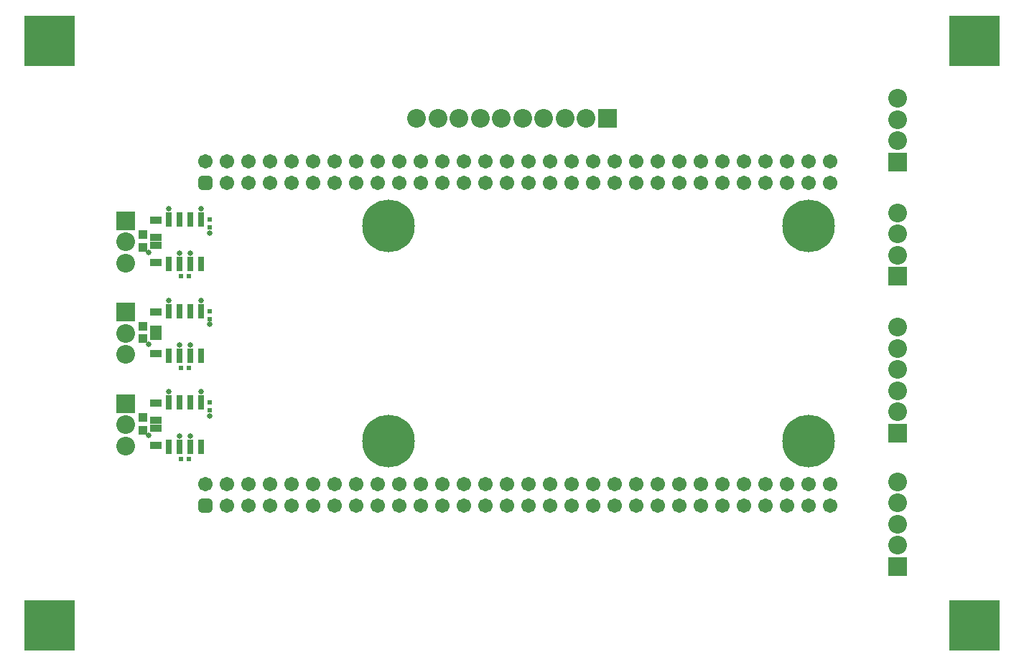
<source format=gts>
G04*
G04 #@! TF.GenerationSoftware,Altium Limited,Altium Designer,26.1.1 (7)*
G04*
G04 Layer_Color=8388736*
%FSLAX44Y44*%
%MOMM*%
G71*
G04*
G04 #@! TF.SameCoordinates,7EB17011-9BD8-4836-8CA9-2E48C2DE07D4*
G04*
G04*
G04 #@! TF.FilePolarity,Negative*
G04*
G01*
G75*
%ADD10R,6.0000X6.0000*%
%ADD11R,0.8032X1.8032*%
%ADD12R,1.4532X0.9032*%
%ADD13R,1.0032X1.0032*%
%ADD14R,0.6000X0.6000*%
%ADD15R,0.6000X0.6000*%
%ADD16C,1.7032*%
G04:AMPARAMS|DCode=17|XSize=1.7032mm|YSize=1.7032mm|CornerRadius=0.4766mm|HoleSize=0mm|Usage=FLASHONLY|Rotation=0.000|XOffset=0mm|YOffset=0mm|HoleType=Round|Shape=RoundedRectangle|*
%AMROUNDEDRECTD17*
21,1,1.7032,0.7500,0,0,0.0*
21,1,0.7500,1.7032,0,0,0.0*
1,1,0.9532,0.3750,-0.3750*
1,1,0.9532,-0.3750,-0.3750*
1,1,0.9532,-0.3750,0.3750*
1,1,0.9532,0.3750,0.3750*
%
%ADD17ROUNDEDRECTD17*%
%ADD18C,2.2032*%
%ADD19R,2.2032X2.2032*%
%ADD20R,2.2032X2.2032*%
%ADD21C,6.2032*%
%ADD22C,3.2032*%
%ADD23C,0.6532*%
D10*
X1119996Y720000D02*
D03*
Y30000D02*
D03*
X30003D02*
D03*
X30000Y720000D02*
D03*
D11*
X208500Y240800D02*
D03*
X195800D02*
D03*
X183100D02*
D03*
X170400D02*
D03*
X208500Y293300D02*
D03*
X195800D02*
D03*
X183100D02*
D03*
X170400D02*
D03*
X208500Y456700D02*
D03*
X195800D02*
D03*
X183100D02*
D03*
X170400D02*
D03*
X208500Y509200D02*
D03*
X195800D02*
D03*
X183100D02*
D03*
X170400D02*
D03*
X208500Y348750D02*
D03*
X195800D02*
D03*
X183100D02*
D03*
X170400D02*
D03*
X208500Y401250D02*
D03*
X195800D02*
D03*
X183100D02*
D03*
X170400D02*
D03*
D12*
X155160Y272450D02*
D03*
Y292450D02*
D03*
Y263240D02*
D03*
Y243240D02*
D03*
Y479140D02*
D03*
Y459140D02*
D03*
Y488350D02*
D03*
Y508350D02*
D03*
Y371190D02*
D03*
Y351190D02*
D03*
Y380400D02*
D03*
Y400400D02*
D03*
D13*
X139920Y275820D02*
D03*
Y260820D02*
D03*
Y491720D02*
D03*
Y476720D02*
D03*
Y383770D02*
D03*
Y368770D02*
D03*
D14*
X218660Y293300D02*
D03*
Y284300D02*
D03*
Y392250D02*
D03*
Y401250D02*
D03*
Y500200D02*
D03*
Y509200D02*
D03*
D15*
X184950Y226410D02*
D03*
X193950D02*
D03*
X184950Y334360D02*
D03*
X193950D02*
D03*
X184950Y442310D02*
D03*
X193950D02*
D03*
D16*
X950000Y578200D02*
D03*
X924600D02*
D03*
X899200D02*
D03*
X873800D02*
D03*
X848400D02*
D03*
X823000D02*
D03*
X797600D02*
D03*
X772200D02*
D03*
X746800D02*
D03*
X950000Y552800D02*
D03*
X924600D02*
D03*
X899200D02*
D03*
X873800D02*
D03*
X848400D02*
D03*
X823000D02*
D03*
X797600D02*
D03*
X772200D02*
D03*
X746800D02*
D03*
X721400Y578200D02*
D03*
X696000D02*
D03*
X721400Y552800D02*
D03*
X696000D02*
D03*
X619800Y578200D02*
D03*
Y552800D02*
D03*
X594400Y578200D02*
D03*
Y552800D02*
D03*
X543600Y578200D02*
D03*
Y552800D02*
D03*
X416600Y578200D02*
D03*
Y552800D02*
D03*
X365800Y578200D02*
D03*
Y552800D02*
D03*
X315000Y578200D02*
D03*
Y552800D02*
D03*
X264200Y578200D02*
D03*
Y552800D02*
D03*
X238800Y578200D02*
D03*
Y552800D02*
D03*
X213400Y578200D02*
D03*
X289600Y552800D02*
D03*
Y578200D02*
D03*
X340400Y552800D02*
D03*
Y578200D02*
D03*
X391200Y552800D02*
D03*
Y578200D02*
D03*
X442000Y552800D02*
D03*
Y578200D02*
D03*
X467400Y552800D02*
D03*
Y578200D02*
D03*
X492800Y552800D02*
D03*
Y578200D02*
D03*
X518200Y552800D02*
D03*
Y578200D02*
D03*
X569000Y552800D02*
D03*
Y578200D02*
D03*
X645200Y552800D02*
D03*
X670600D02*
D03*
X645200Y578200D02*
D03*
X670600D02*
D03*
X950000Y197200D02*
D03*
X924600D02*
D03*
X899200D02*
D03*
X873800D02*
D03*
X848400D02*
D03*
X823000D02*
D03*
X797600D02*
D03*
X772200D02*
D03*
X746800D02*
D03*
X950000Y171800D02*
D03*
X924600D02*
D03*
X899200D02*
D03*
X873800D02*
D03*
X848400D02*
D03*
X823000D02*
D03*
X797600D02*
D03*
X772200D02*
D03*
X746800D02*
D03*
X721400Y197200D02*
D03*
X696000D02*
D03*
X721400Y171800D02*
D03*
X696000D02*
D03*
X619800Y197200D02*
D03*
Y171800D02*
D03*
X594400Y197200D02*
D03*
Y171800D02*
D03*
X543600Y197200D02*
D03*
Y171800D02*
D03*
X416600Y197200D02*
D03*
Y171800D02*
D03*
X365800Y197200D02*
D03*
Y171800D02*
D03*
X315000Y197200D02*
D03*
Y171800D02*
D03*
X264200Y197200D02*
D03*
Y171800D02*
D03*
X238800Y197200D02*
D03*
Y171800D02*
D03*
X213400Y197200D02*
D03*
X289600Y171800D02*
D03*
Y197200D02*
D03*
X340400Y171800D02*
D03*
Y197200D02*
D03*
X391200Y171800D02*
D03*
Y197200D02*
D03*
X442000Y171800D02*
D03*
Y197200D02*
D03*
X467400Y171800D02*
D03*
Y197200D02*
D03*
X492800Y171800D02*
D03*
Y197200D02*
D03*
X518200Y171800D02*
D03*
Y197200D02*
D03*
X569000Y171800D02*
D03*
Y197200D02*
D03*
X645200Y171800D02*
D03*
X670600D02*
D03*
X645200Y197200D02*
D03*
X670600D02*
D03*
D17*
X213400Y552800D02*
D03*
Y171800D02*
D03*
D18*
X119600Y242050D02*
D03*
Y267050D02*
D03*
X1030000Y602300D02*
D03*
Y627300D02*
D03*
Y652300D02*
D03*
X1029992Y382500D02*
D03*
Y357500D02*
D03*
Y282500D02*
D03*
Y307500D02*
D03*
Y332500D02*
D03*
X487500Y629000D02*
D03*
X512500D02*
D03*
X537500D02*
D03*
X562500D02*
D03*
X587500D02*
D03*
X612500D02*
D03*
X637500D02*
D03*
X662500D02*
D03*
X462500D02*
D03*
X1029992Y125000D02*
D03*
Y150000D02*
D03*
Y175000D02*
D03*
Y200000D02*
D03*
X1030000Y467300D02*
D03*
Y492300D02*
D03*
Y517300D02*
D03*
X119600Y457950D02*
D03*
Y482950D02*
D03*
Y350000D02*
D03*
Y375000D02*
D03*
D19*
Y292050D02*
D03*
X1030000Y577300D02*
D03*
X1029992Y257500D02*
D03*
Y100000D02*
D03*
X1030000Y442300D02*
D03*
X119600Y507950D02*
D03*
Y400000D02*
D03*
D20*
X687500Y629000D02*
D03*
D21*
X429300Y248000D02*
D03*
X924600D02*
D03*
Y502000D02*
D03*
X429300D02*
D03*
D22*
X1120000Y720000D02*
D03*
Y30000D02*
D03*
X30000D02*
D03*
Y720000D02*
D03*
D23*
X208500Y306000D02*
D03*
Y521900D02*
D03*
Y413950D02*
D03*
X170400Y306000D02*
D03*
X218660Y277950D02*
D03*
X195800Y253500D02*
D03*
X183100D02*
D03*
X146270Y254470D02*
D03*
Y362420D02*
D03*
X183100Y361450D02*
D03*
X195800D02*
D03*
X218660Y385900D02*
D03*
X170400Y413950D02*
D03*
Y521900D02*
D03*
X218660Y493850D02*
D03*
X195800Y469400D02*
D03*
X183100D02*
D03*
X146270Y470370D02*
D03*
M02*

</source>
